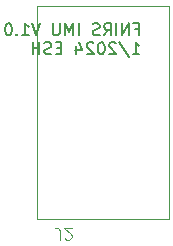
<source format=gbr>
%TF.GenerationSoftware,KiCad,Pcbnew,8.0.8-8.0.8-0~ubuntu22.04.1*%
%TF.CreationDate,2025-01-21T10:35:51-05:00*%
%TF.ProjectId,imu-board,696d752d-626f-4617-9264-2e6b69636164,rev?*%
%TF.SameCoordinates,Original*%
%TF.FileFunction,Legend,Bot*%
%TF.FilePolarity,Positive*%
%FSLAX46Y46*%
G04 Gerber Fmt 4.6, Leading zero omitted, Abs format (unit mm)*
G04 Created by KiCad (PCBNEW 8.0.8-8.0.8-0~ubuntu22.04.1) date 2025-01-21 10:35:51*
%MOMM*%
%LPD*%
G01*
G04 APERTURE LIST*
%ADD10C,0.150000*%
%ADD11C,0.100000*%
G04 APERTURE END LIST*
D10*
X58729887Y-59336065D02*
X59063220Y-59336065D01*
X59063220Y-59859875D02*
X59063220Y-58859875D01*
X59063220Y-58859875D02*
X58587030Y-58859875D01*
X58206077Y-59859875D02*
X58206077Y-58859875D01*
X58206077Y-58859875D02*
X57634649Y-59859875D01*
X57634649Y-59859875D02*
X57634649Y-58859875D01*
X57158458Y-59859875D02*
X57158458Y-58859875D01*
X56110840Y-59859875D02*
X56444173Y-59383684D01*
X56682268Y-59859875D02*
X56682268Y-58859875D01*
X56682268Y-58859875D02*
X56301316Y-58859875D01*
X56301316Y-58859875D02*
X56206078Y-58907494D01*
X56206078Y-58907494D02*
X56158459Y-58955113D01*
X56158459Y-58955113D02*
X56110840Y-59050351D01*
X56110840Y-59050351D02*
X56110840Y-59193208D01*
X56110840Y-59193208D02*
X56158459Y-59288446D01*
X56158459Y-59288446D02*
X56206078Y-59336065D01*
X56206078Y-59336065D02*
X56301316Y-59383684D01*
X56301316Y-59383684D02*
X56682268Y-59383684D01*
X55729887Y-59812256D02*
X55587030Y-59859875D01*
X55587030Y-59859875D02*
X55348935Y-59859875D01*
X55348935Y-59859875D02*
X55253697Y-59812256D01*
X55253697Y-59812256D02*
X55206078Y-59764636D01*
X55206078Y-59764636D02*
X55158459Y-59669398D01*
X55158459Y-59669398D02*
X55158459Y-59574160D01*
X55158459Y-59574160D02*
X55206078Y-59478922D01*
X55206078Y-59478922D02*
X55253697Y-59431303D01*
X55253697Y-59431303D02*
X55348935Y-59383684D01*
X55348935Y-59383684D02*
X55539411Y-59336065D01*
X55539411Y-59336065D02*
X55634649Y-59288446D01*
X55634649Y-59288446D02*
X55682268Y-59240827D01*
X55682268Y-59240827D02*
X55729887Y-59145589D01*
X55729887Y-59145589D02*
X55729887Y-59050351D01*
X55729887Y-59050351D02*
X55682268Y-58955113D01*
X55682268Y-58955113D02*
X55634649Y-58907494D01*
X55634649Y-58907494D02*
X55539411Y-58859875D01*
X55539411Y-58859875D02*
X55301316Y-58859875D01*
X55301316Y-58859875D02*
X55158459Y-58907494D01*
X53967982Y-59859875D02*
X53967982Y-58859875D01*
X53491792Y-59859875D02*
X53491792Y-58859875D01*
X53491792Y-58859875D02*
X53158459Y-59574160D01*
X53158459Y-59574160D02*
X52825126Y-58859875D01*
X52825126Y-58859875D02*
X52825126Y-59859875D01*
X52348935Y-58859875D02*
X52348935Y-59669398D01*
X52348935Y-59669398D02*
X52301316Y-59764636D01*
X52301316Y-59764636D02*
X52253697Y-59812256D01*
X52253697Y-59812256D02*
X52158459Y-59859875D01*
X52158459Y-59859875D02*
X51967983Y-59859875D01*
X51967983Y-59859875D02*
X51872745Y-59812256D01*
X51872745Y-59812256D02*
X51825126Y-59764636D01*
X51825126Y-59764636D02*
X51777507Y-59669398D01*
X51777507Y-59669398D02*
X51777507Y-58859875D01*
X50682268Y-58859875D02*
X50348935Y-59859875D01*
X50348935Y-59859875D02*
X50015602Y-58859875D01*
X49158459Y-59859875D02*
X49729887Y-59859875D01*
X49444173Y-59859875D02*
X49444173Y-58859875D01*
X49444173Y-58859875D02*
X49539411Y-59002732D01*
X49539411Y-59002732D02*
X49634649Y-59097970D01*
X49634649Y-59097970D02*
X49729887Y-59145589D01*
X48729887Y-59764636D02*
X48682268Y-59812256D01*
X48682268Y-59812256D02*
X48729887Y-59859875D01*
X48729887Y-59859875D02*
X48777506Y-59812256D01*
X48777506Y-59812256D02*
X48729887Y-59764636D01*
X48729887Y-59764636D02*
X48729887Y-59859875D01*
X48063221Y-58859875D02*
X47967983Y-58859875D01*
X47967983Y-58859875D02*
X47872745Y-58907494D01*
X47872745Y-58907494D02*
X47825126Y-58955113D01*
X47825126Y-58955113D02*
X47777507Y-59050351D01*
X47777507Y-59050351D02*
X47729888Y-59240827D01*
X47729888Y-59240827D02*
X47729888Y-59478922D01*
X47729888Y-59478922D02*
X47777507Y-59669398D01*
X47777507Y-59669398D02*
X47825126Y-59764636D01*
X47825126Y-59764636D02*
X47872745Y-59812256D01*
X47872745Y-59812256D02*
X47967983Y-59859875D01*
X47967983Y-59859875D02*
X48063221Y-59859875D01*
X48063221Y-59859875D02*
X48158459Y-59812256D01*
X48158459Y-59812256D02*
X48206078Y-59764636D01*
X48206078Y-59764636D02*
X48253697Y-59669398D01*
X48253697Y-59669398D02*
X48301316Y-59478922D01*
X48301316Y-59478922D02*
X48301316Y-59240827D01*
X48301316Y-59240827D02*
X48253697Y-59050351D01*
X48253697Y-59050351D02*
X48206078Y-58955113D01*
X48206078Y-58955113D02*
X48158459Y-58907494D01*
X48158459Y-58907494D02*
X48063221Y-58859875D01*
X58539411Y-61469819D02*
X59110839Y-61469819D01*
X58825125Y-61469819D02*
X58825125Y-60469819D01*
X58825125Y-60469819D02*
X58920363Y-60612676D01*
X58920363Y-60612676D02*
X59015601Y-60707914D01*
X59015601Y-60707914D02*
X59110839Y-60755533D01*
X57396554Y-60422200D02*
X58253696Y-61707914D01*
X57110839Y-60565057D02*
X57063220Y-60517438D01*
X57063220Y-60517438D02*
X56967982Y-60469819D01*
X56967982Y-60469819D02*
X56729887Y-60469819D01*
X56729887Y-60469819D02*
X56634649Y-60517438D01*
X56634649Y-60517438D02*
X56587030Y-60565057D01*
X56587030Y-60565057D02*
X56539411Y-60660295D01*
X56539411Y-60660295D02*
X56539411Y-60755533D01*
X56539411Y-60755533D02*
X56587030Y-60898390D01*
X56587030Y-60898390D02*
X57158458Y-61469819D01*
X57158458Y-61469819D02*
X56539411Y-61469819D01*
X55920363Y-60469819D02*
X55825125Y-60469819D01*
X55825125Y-60469819D02*
X55729887Y-60517438D01*
X55729887Y-60517438D02*
X55682268Y-60565057D01*
X55682268Y-60565057D02*
X55634649Y-60660295D01*
X55634649Y-60660295D02*
X55587030Y-60850771D01*
X55587030Y-60850771D02*
X55587030Y-61088866D01*
X55587030Y-61088866D02*
X55634649Y-61279342D01*
X55634649Y-61279342D02*
X55682268Y-61374580D01*
X55682268Y-61374580D02*
X55729887Y-61422200D01*
X55729887Y-61422200D02*
X55825125Y-61469819D01*
X55825125Y-61469819D02*
X55920363Y-61469819D01*
X55920363Y-61469819D02*
X56015601Y-61422200D01*
X56015601Y-61422200D02*
X56063220Y-61374580D01*
X56063220Y-61374580D02*
X56110839Y-61279342D01*
X56110839Y-61279342D02*
X56158458Y-61088866D01*
X56158458Y-61088866D02*
X56158458Y-60850771D01*
X56158458Y-60850771D02*
X56110839Y-60660295D01*
X56110839Y-60660295D02*
X56063220Y-60565057D01*
X56063220Y-60565057D02*
X56015601Y-60517438D01*
X56015601Y-60517438D02*
X55920363Y-60469819D01*
X55206077Y-60565057D02*
X55158458Y-60517438D01*
X55158458Y-60517438D02*
X55063220Y-60469819D01*
X55063220Y-60469819D02*
X54825125Y-60469819D01*
X54825125Y-60469819D02*
X54729887Y-60517438D01*
X54729887Y-60517438D02*
X54682268Y-60565057D01*
X54682268Y-60565057D02*
X54634649Y-60660295D01*
X54634649Y-60660295D02*
X54634649Y-60755533D01*
X54634649Y-60755533D02*
X54682268Y-60898390D01*
X54682268Y-60898390D02*
X55253696Y-61469819D01*
X55253696Y-61469819D02*
X54634649Y-61469819D01*
X53777506Y-60803152D02*
X53777506Y-61469819D01*
X54015601Y-60422200D02*
X54253696Y-61136485D01*
X54253696Y-61136485D02*
X53634649Y-61136485D01*
X52491791Y-60946009D02*
X52158458Y-60946009D01*
X52015601Y-61469819D02*
X52491791Y-61469819D01*
X52491791Y-61469819D02*
X52491791Y-60469819D01*
X52491791Y-60469819D02*
X52015601Y-60469819D01*
X51634648Y-61422200D02*
X51491791Y-61469819D01*
X51491791Y-61469819D02*
X51253696Y-61469819D01*
X51253696Y-61469819D02*
X51158458Y-61422200D01*
X51158458Y-61422200D02*
X51110839Y-61374580D01*
X51110839Y-61374580D02*
X51063220Y-61279342D01*
X51063220Y-61279342D02*
X51063220Y-61184104D01*
X51063220Y-61184104D02*
X51110839Y-61088866D01*
X51110839Y-61088866D02*
X51158458Y-61041247D01*
X51158458Y-61041247D02*
X51253696Y-60993628D01*
X51253696Y-60993628D02*
X51444172Y-60946009D01*
X51444172Y-60946009D02*
X51539410Y-60898390D01*
X51539410Y-60898390D02*
X51587029Y-60850771D01*
X51587029Y-60850771D02*
X51634648Y-60755533D01*
X51634648Y-60755533D02*
X51634648Y-60660295D01*
X51634648Y-60660295D02*
X51587029Y-60565057D01*
X51587029Y-60565057D02*
X51539410Y-60517438D01*
X51539410Y-60517438D02*
X51444172Y-60469819D01*
X51444172Y-60469819D02*
X51206077Y-60469819D01*
X51206077Y-60469819D02*
X51063220Y-60517438D01*
X50634648Y-61469819D02*
X50634648Y-60469819D01*
X50634648Y-60946009D02*
X50063220Y-60946009D01*
X50063220Y-61469819D02*
X50063220Y-60469819D01*
D11*
X52363666Y-77163580D02*
X52363666Y-76449295D01*
X52363666Y-76449295D02*
X52316047Y-76306438D01*
X52316047Y-76306438D02*
X52220809Y-76211200D01*
X52220809Y-76211200D02*
X52077952Y-76163580D01*
X52077952Y-76163580D02*
X51982714Y-76163580D01*
X52792238Y-77068342D02*
X52839857Y-77115961D01*
X52839857Y-77115961D02*
X52935095Y-77163580D01*
X52935095Y-77163580D02*
X53173190Y-77163580D01*
X53173190Y-77163580D02*
X53268428Y-77115961D01*
X53268428Y-77115961D02*
X53316047Y-77068342D01*
X53316047Y-77068342D02*
X53363666Y-76973104D01*
X53363666Y-76973104D02*
X53363666Y-76877866D01*
X53363666Y-76877866D02*
X53316047Y-76735009D01*
X53316047Y-76735009D02*
X52744619Y-76163580D01*
X52744619Y-76163580D02*
X53363666Y-76163580D01*
%TO.C,J2*%
X50397000Y-57421000D02*
X61597000Y-57421000D01*
X50397000Y-75421000D02*
X50397000Y-57421000D01*
X61597000Y-57421000D02*
X61597000Y-75421000D01*
X61597000Y-75421000D02*
X50397000Y-75421000D01*
%TD*%
M02*

</source>
